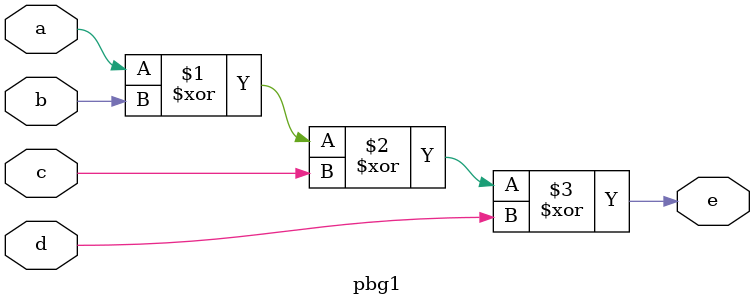
<source format=v>
`timescale 1ns / 1ps


module pbg1(
input a,b,c,d,
output e

    );
    assign e = a^b^c^d;
endmodule

</source>
